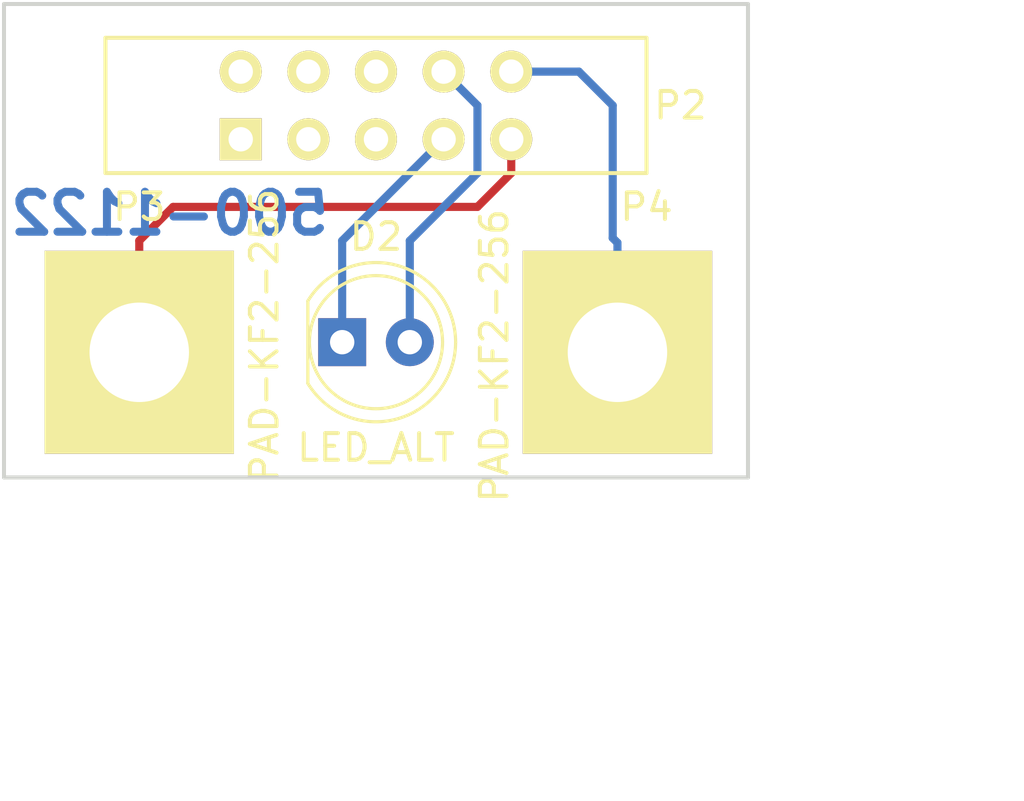
<source format=kicad_pcb>
(kicad_pcb (version 20171130) (host pcbnew "(5.0.0)")

  (general
    (thickness 1.6)
    (drawings 9)
    (tracks 16)
    (zones 0)
    (modules 4)
    (nets 5)
  )

  (page A)
  (title_block
    (title "DUAL BANANA JACK 0.707 SPACING")
    (date 2017-02-11)
    (rev A)
  )

  (layers
    (0 F.Cu signal)
    (31 B.Cu signal)
    (32 B.Adhes user)
    (33 F.Adhes user)
    (34 B.Paste user)
    (35 F.Paste user)
    (36 B.SilkS user)
    (37 F.SilkS user)
    (38 B.Mask user)
    (39 F.Mask user)
    (40 Dwgs.User user)
    (41 Cmts.User user)
    (42 Eco1.User user)
    (43 Eco2.User user)
    (44 Edge.Cuts user)
    (45 Margin user)
    (46 B.CrtYd user)
    (47 F.CrtYd user)
    (48 B.Fab user)
    (49 F.Fab user)
  )

  (setup
    (last_trace_width 0.3048)
    (trace_clearance 0.3048)
    (zone_clearance 0.508)
    (zone_45_only no)
    (trace_min 0.2)
    (segment_width 0.2)
    (edge_width 0.15)
    (via_size 0.6)
    (via_drill 0.4)
    (via_min_size 0.4)
    (via_min_drill 0.3)
    (uvia_size 0.3)
    (uvia_drill 0.1)
    (uvias_allowed no)
    (uvia_min_size 0.2)
    (uvia_min_drill 0.1)
    (pcb_text_width 0.3)
    (pcb_text_size 1.5 1.5)
    (mod_edge_width 0.15)
    (mod_text_size 1 1)
    (mod_text_width 0.15)
    (pad_size 1.524 1.524)
    (pad_drill 0.762)
    (pad_to_mask_clearance 0.2)
    (aux_axis_origin 0 0)
    (visible_elements 7FFFFFFF)
    (pcbplotparams
      (layerselection 0x00030_80000001)
      (usegerberextensions false)
      (usegerberattributes false)
      (usegerberadvancedattributes false)
      (creategerberjobfile false)
      (excludeedgelayer true)
      (linewidth 0.100000)
      (plotframeref false)
      (viasonmask false)
      (mode 1)
      (useauxorigin false)
      (hpglpennumber 1)
      (hpglpenspeed 20)
      (hpglpendiameter 15.000000)
      (psnegative false)
      (psa4output false)
      (plotreference true)
      (plotvalue true)
      (plotinvisibletext false)
      (padsonsilk false)
      (subtractmaskfromsilk false)
      (outputformat 1)
      (mirror false)
      (drillshape 1)
      (scaleselection 1)
      (outputdirectory "Fab/"))
  )

  (net 0 "")
  (net 1 "Net-(D2-Pad1)")
  (net 2 "Net-(D2-Pad2)")
  (net 3 "Net-(P2-Pad9)")
  (net 4 "Net-(P2-Pad10)")

  (net_class Default "This is the default net class."
    (clearance 0.3048)
    (trace_width 0.3048)
    (via_dia 0.6)
    (via_drill 0.4)
    (uvia_dia 0.3)
    (uvia_drill 0.1)
    (add_net "Net-(D2-Pad1)")
    (add_net "Net-(D2-Pad2)")
    (add_net "Net-(P2-Pad10)")
    (add_net "Net-(P2-Pad9)")
  )

  (module FootPrints:IDC5x2_Vert (layer F.Cu) (tedit 58A09AF5) (tstamp 589FD41B)
    (at 135.89 87.63 180)
    (path /589FC6F5)
    (fp_text reference P2 (at -11.43 0 180) (layer F.SilkS)
      (effects (font (size 1 1) (thickness 0.15)))
    )
    (fp_text value 500-1121/2 (at 0 -3.81 180) (layer F.SilkS) hide
      (effects (font (size 1 1) (thickness 0.15)))
    )
    (fp_line (start 10.16 2.54) (end -10.16 2.54) (layer F.SilkS) (width 0.15))
    (fp_line (start 10.16 -2.54) (end -10.16 -2.54) (layer F.SilkS) (width 0.15))
    (fp_line (start -10.16 2.54) (end -10.16 -2.54) (layer F.SilkS) (width 0.15))
    (fp_line (start 10.16 -2.54) (end 10.16 2.54) (layer F.SilkS) (width 0.15))
    (pad 1 thru_hole rect (at 5.08 -1.27 180) (size 1.5748 1.5748) (drill 0.9144) (layers *.Cu *.Mask F.SilkS))
    (pad 2 thru_hole circle (at 5.08 1.27 180) (size 1.5748 1.5748) (drill 0.9144) (layers *.Cu *.Mask F.SilkS))
    (pad 3 thru_hole circle (at 2.54 -1.27 180) (size 1.5748 1.5748) (drill 0.9144) (layers *.Cu *.Mask F.SilkS))
    (pad 4 thru_hole circle (at 2.54 1.27 180) (size 1.5748 1.5748) (drill 0.9144) (layers *.Cu *.Mask F.SilkS))
    (pad 5 thru_hole circle (at 0 -1.27 180) (size 1.5748 1.5748) (drill 0.9144) (layers *.Cu *.Mask F.SilkS))
    (pad 6 thru_hole circle (at 0 1.27 180) (size 1.5748 1.5748) (drill 0.9144) (layers *.Cu *.Mask F.SilkS))
    (pad 7 thru_hole circle (at -2.54 -1.27 180) (size 1.5748 1.5748) (drill 0.9144) (layers *.Cu *.Mask F.SilkS)
      (net 1 "Net-(D2-Pad1)"))
    (pad 8 thru_hole circle (at -2.54 1.27 180) (size 1.5748 1.5748) (drill 0.9144) (layers *.Cu *.Mask F.SilkS)
      (net 2 "Net-(D2-Pad2)"))
    (pad 9 thru_hole circle (at -5.08 -1.27 180) (size 1.5748 1.5748) (drill 0.9144) (layers *.Cu *.Mask F.SilkS)
      (net 3 "Net-(P2-Pad9)"))
    (pad 10 thru_hole circle (at -5.08 1.27 180) (size 1.5748 1.5748) (drill 0.9144) (layers *.Cu *.Mask F.SilkS)
      (net 4 "Net-(P2-Pad10)"))
  )

  (module FootPrints:KF2-256-TerminalPad (layer F.Cu) (tedit 58A0C2BD) (tstamp 589FD420)
    (at 127 101.6)
    (path /589FC6F2)
    (fp_text reference P3 (at 0 -10.16) (layer F.SilkS)
      (effects (font (size 1 1) (thickness 0.15)))
    )
    (fp_text value PAD-KF2-256 (at 4.699 -5.334 90) (layer F.SilkS)
      (effects (font (size 1 1) (thickness 0.15)))
    )
    (pad 1 thru_hole rect (at 0 -4.699) (size 7.112 7.62) (drill 3.7338) (layers *.Cu *.Mask F.SilkS)
      (net 3 "Net-(P2-Pad9)"))
  )

  (module FootPrints:KF2-256-TerminalPad (layer F.Cu) (tedit 58A0C280) (tstamp 589FD425)
    (at 144.9578 101.6)
    (path /589FC6F3)
    (fp_text reference P4 (at 1.0922 -10.16) (layer F.SilkS)
      (effects (font (size 1 1) (thickness 0.15)))
    )
    (fp_text value PAD-KF2-256 (at -4.6228 -4.572 90) (layer F.SilkS)
      (effects (font (size 1 1) (thickness 0.15)))
    )
    (pad 1 thru_hole rect (at 0 -4.699) (size 7.112 7.62) (drill 3.7338) (layers *.Cu *.Mask F.SilkS)
      (net 4 "Net-(P2-Pad10)"))
  )

  (module FootPrints:LED_5.0mm (layer F.Cu) (tedit 58A0C958) (tstamp 589FD409)
    (at 134.62 96.52)
    (descr "LED, diameter 5.0mm, 2 pins, http://cdn-reichelt.de/documents/datenblatt/A500/LL-504BC2E-009.pdf")
    (tags "LED diameter 5.0mm 2 pins")
    (path /589FC6F4)
    (fp_text reference D2 (at 1.27 -3.96) (layer F.SilkS)
      (effects (font (size 1 1) (thickness 0.15)))
    )
    (fp_text value LED_ALT (at 1.27 3.96) (layer F.SilkS)
      (effects (font (size 1 1) (thickness 0.15)))
    )
    (fp_arc (start 1.27 0) (end -1.23 -1.469694) (angle 299.1) (layer F.Fab) (width 0.1))
    (fp_arc (start 1.27 0) (end -1.29 -1.54483) (angle 148.9) (layer F.SilkS) (width 0.12))
    (fp_arc (start 1.27 0) (end -1.29 1.54483) (angle -148.9) (layer F.SilkS) (width 0.12))
    (fp_circle (center 1.27 0) (end 3.77 0) (layer F.Fab) (width 0.1))
    (fp_circle (center 1.27 0) (end 3.77 0) (layer F.SilkS) (width 0.12))
    (fp_line (start -1.23 -1.469694) (end -1.23 1.469694) (layer F.Fab) (width 0.1))
    (fp_line (start -1.29 -1.545) (end -1.29 1.545) (layer F.SilkS) (width 0.12))
    (fp_line (start -1.95 -3.25) (end -1.95 3.25) (layer F.CrtYd) (width 0.05))
    (fp_line (start -1.95 3.25) (end 4.5 3.25) (layer F.CrtYd) (width 0.05))
    (fp_line (start 4.5 3.25) (end 4.5 -3.25) (layer F.CrtYd) (width 0.05))
    (fp_line (start 4.5 -3.25) (end -1.95 -3.25) (layer F.CrtYd) (width 0.05))
    (pad 1 thru_hole rect (at 0 0) (size 1.8 1.8) (drill 0.9144) (layers *.Cu *.Mask)
      (net 1 "Net-(D2-Pad1)"))
    (pad 2 thru_hole circle (at 2.54 0) (size 1.8 1.8) (drill 0.9144) (layers *.Cu *.Mask)
      (net 2 "Net-(D2-Pad2)"))
    (model LEDs.3dshapes/LED_D5.0mm.wrl
      (at (xyz 0 0 0))
      (scale (xyz 0.393701 0.393701 0.393701))
      (rotate (xyz 0 0 0))
    )
  )

  (gr_text 500-1122 (at 128.143 91.694) (layer B.Cu)
    (effects (font (size 1.5 1.5) (thickness 0.3)) (justify mirror))
  )
  (dimension 17.78 (width 0.3) (layer F.Fab)
    (gr_text "0.7070 in" (at 135.89 109.3) (layer F.Fab)
      (effects (font (size 1.5 1.5) (thickness 0.3)))
    )
    (feature1 (pts (xy 144.78 104.14) (xy 144.78 110.65)))
    (feature2 (pts (xy 127 104.14) (xy 127 110.65)))
    (crossbar (pts (xy 127 107.95) (xy 144.78 107.95)))
    (arrow1a (pts (xy 144.78 107.95) (xy 143.653496 108.536421)))
    (arrow1b (pts (xy 144.78 107.95) (xy 143.653496 107.363579)))
    (arrow2a (pts (xy 127 107.95) (xy 128.126504 108.536421)))
    (arrow2b (pts (xy 127 107.95) (xy 128.126504 107.363579)))
  )
  (gr_line (start 127 107.95) (end 144.78 107.95) (angle 90) (layer F.Fab) (width 0.2))
  (dimension 17.78 (width 0.3) (layer F.Fab)
    (gr_text "0.7000 in" (at 157.56 92.71 270) (layer F.Fab)
      (effects (font (size 1.5 1.5) (thickness 0.3)))
    )
    (feature1 (pts (xy 152.4 101.6) (xy 158.91 101.6)))
    (feature2 (pts (xy 152.4 83.82) (xy 158.91 83.82)))
    (crossbar (pts (xy 156.21 83.82) (xy 156.21 101.6)))
    (arrow1a (pts (xy 156.21 101.6) (xy 155.623579 100.473496)))
    (arrow1b (pts (xy 156.21 101.6) (xy 156.796421 100.473496)))
    (arrow2a (pts (xy 156.21 83.82) (xy 155.623579 84.946504)))
    (arrow2b (pts (xy 156.21 83.82) (xy 156.796421 84.946504)))
  )
  (gr_line (start 121.92 101.6) (end 121.92 83.82) (angle 90) (layer Edge.Cuts) (width 0.15))
  (gr_line (start 149.86 83.82) (end 149.86 101.6) (angle 90) (layer Edge.Cuts) (width 0.15))
  (gr_line (start 121.92 83.82) (end 149.86 83.82) (angle 90) (layer Edge.Cuts) (width 0.15))
  (dimension 27.94 (width 0.3) (layer F.Fab)
    (gr_text "1.1000 in" (at 135.89 114.38) (layer F.Fab)
      (effects (font (size 1.5 1.5) (thickness 0.3)))
    )
    (feature1 (pts (xy 149.86 104.14) (xy 149.86 115.73)))
    (feature2 (pts (xy 121.92 104.14) (xy 121.92 115.73)))
    (crossbar (pts (xy 121.92 113.03) (xy 149.86 113.03)))
    (arrow1a (pts (xy 149.86 113.03) (xy 148.733496 113.616421)))
    (arrow1b (pts (xy 149.86 113.03) (xy 148.733496 112.443579)))
    (arrow2a (pts (xy 121.92 113.03) (xy 123.046504 113.616421)))
    (arrow2b (pts (xy 121.92 113.03) (xy 123.046504 112.443579)))
  )
  (gr_line (start 121.92 101.6) (end 149.86 101.6) (angle 90) (layer Edge.Cuts) (width 0.15))

  (segment (start 134.62 92.71) (end 138.43 88.9) (width 0.3048) (layer B.Cu) (net 1))
  (segment (start 134.62 96.52) (end 134.62 92.71) (width 0.3048) (layer B.Cu) (net 1))
  (segment (start 137.16 96.52) (end 137.16 92.71) (width 0.3048) (layer B.Cu) (net 2))
  (segment (start 137.16 92.71) (end 139.7 90.17) (width 0.3048) (layer B.Cu) (net 2))
  (segment (start 139.7 90.17) (end 139.7 87.63) (width 0.3048) (layer B.Cu) (net 2))
  (segment (start 139.7 87.63) (end 138.43 86.36) (width 0.3048) (layer B.Cu) (net 2))
  (segment (start 140.97 90.17) (end 140.97 88.9) (width 0.3048) (layer F.Cu) (net 3))
  (segment (start 139.7 91.44) (end 140.97 90.17) (width 0.3048) (layer F.Cu) (net 3))
  (segment (start 128.27 91.44) (end 139.7 91.44) (width 0.3048) (layer F.Cu) (net 3))
  (segment (start 127 92.71) (end 128.27 91.44) (width 0.3048) (layer F.Cu) (net 3))
  (segment (start 127 96.901) (end 127 92.71) (width 0.3048) (layer F.Cu) (net 3))
  (segment (start 143.51 86.36) (end 140.97 86.36) (width 0.3048) (layer B.Cu) (net 4))
  (segment (start 144.78 87.63) (end 143.51 86.36) (width 0.3048) (layer B.Cu) (net 4))
  (segment (start 144.78 92.6084) (end 144.78 87.63) (width 0.3048) (layer B.Cu) (net 4))
  (segment (start 144.9578 96.901) (end 144.9578 92.7862) (width 0.3048) (layer B.Cu) (net 4))
  (segment (start 144.9578 92.7862) (end 144.78 92.6084) (width 0.3048) (layer B.Cu) (net 4))

)

</source>
